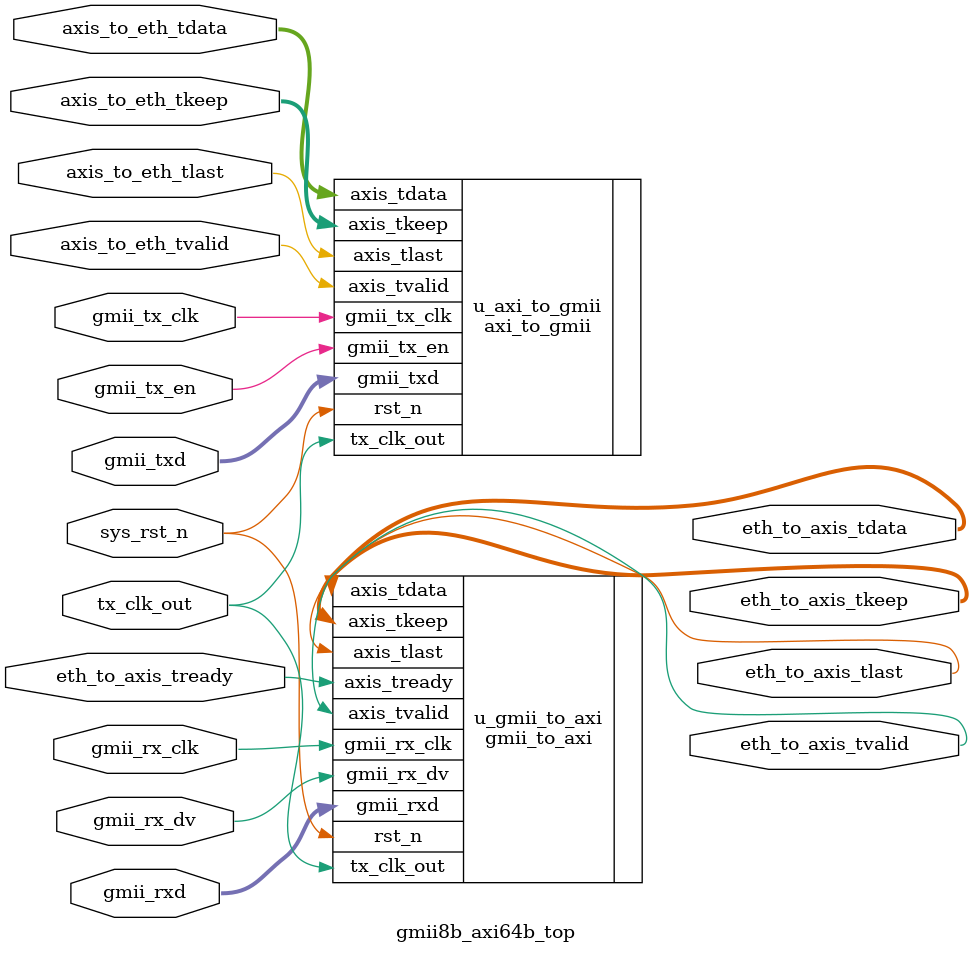
<source format=v>

module gmii8b_axi64b_top(
    // ÏµÍ³½Ó¿Ú
    input           sys_rst_n,      // ÏµÍ³¸´Î»,µÍµçÆ½ÓÐÐ§
    input           tx_clk_out,     // ·¢ËÍÊ±ÖÓ

    // GMII½Ó¿Ú 
    input           gmii_rx_clk,    // ½ÓÊÕÊ±ÖÓ2.5MHz,25MHz,125MHz
    input           gmii_rx_dv,     // ½ÓÊÕÓÐÐ§
    input    [7:0]  gmii_rxd,       // ½ÓÊÕÊý¾Ý
    input           gmii_tx_clk,    // ·¢ËÍÊ±ÖÓ2.5MHz,25MHz,125MHz  
    input           gmii_tx_en,     // ·¢ËÍÓÐÐ§
    input    [7:0]  gmii_txd,       // ·¢ËÍÊý¾Ý

    // AXI½Ó¿Ú
    output          eth_to_axis_tvalid,  // Êý¾ÝÓÐÐ§
    output   [63:0] eth_to_axis_tdata,   // Êý¾Ý
    output          eth_to_axis_tlast,   // ×îºóÒ»ÅÄ
    output   [7:0]  eth_to_axis_tkeep,   // ×Ö½ÚÓÐÐ§
    input           eth_to_axis_tready,  // ×¼±¸¾ÍÐ÷
    input           axis_to_eth_tvalid,  // Êý¾ÝÓÐÐ§
    input    [63:0] axis_to_eth_tdata,   // Êý¾Ý
    input           axis_to_eth_tlast,   // ×îºóÒ»ÅÄ
    input    [7:0]  axis_to_eth_tkeep    // ×Ö½ÚÓÐÐ§
);

//*****************************************************
//**                    main code
//*****************************************************

// GMII×ªAXI 
gmii_to_axi u_gmii_to_axi(
    .gmii_rx_clk    (gmii_rx_clk),
    .tx_clk_out     (tx_clk_out),
    .rst_n          (sys_rst_n),
    .gmii_rx_dv     (gmii_rx_dv),
    .gmii_rxd       (gmii_rxd),
    .axis_tvalid    (eth_to_axis_tvalid),
    .axis_tdata     (eth_to_axis_tdata),
    .axis_tlast     (eth_to_axis_tlast),
    .axis_tkeep     (eth_to_axis_tkeep),
    .axis_tready    (eth_to_axis_tready)
);

// AXI×ªGMII
axi_to_gmii u_axi_to_gmii(    
    .rst_n          (sys_rst_n),
    .tx_clk_out     (tx_clk_out), 
    .gmii_tx_clk    (gmii_tx_clk),
    .axis_tvalid    (axis_to_eth_tvalid),
    .axis_tdata     (axis_to_eth_tdata),
    .axis_tlast     (axis_to_eth_tlast),
    .axis_tkeep     (axis_to_eth_tkeep),
    .gmii_tx_en     (gmii_tx_en),
    .gmii_txd       (gmii_txd)
);

endmodule
</source>
